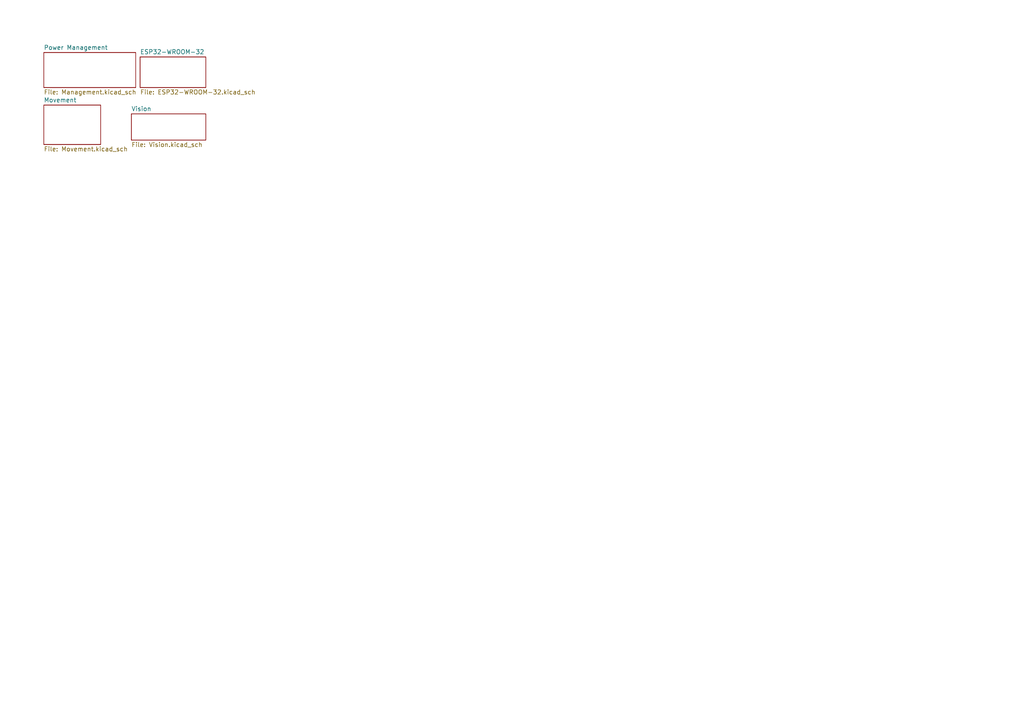
<source format=kicad_sch>
(kicad_sch
	(version 20231120)
	(generator "eeschema")
	(generator_version "8.0")
	(uuid "67e33313-0ce8-4ff5-8d50-46dc6ab8d472")
	(paper "A4")
	(title_block
		(company "Topographic Robot")
	)
	(lib_symbols)
	(sheet
		(at 12.7 30.48)
		(size 16.51 11.43)
		(fields_autoplaced yes)
		(stroke
			(width 0.1524)
			(type solid)
		)
		(fill
			(color 0 0 0 0.0000)
		)
		(uuid "a8f18f3d-52ca-45dc-bba1-9034cc00c61a")
		(property "Sheetname" "Movement"
			(at 12.7 29.7684 0)
			(effects
				(font
					(size 1.27 1.27)
				)
				(justify left bottom)
			)
		)
		(property "Sheetfile" "Movement.kicad_sch"
			(at 12.7 42.4946 0)
			(effects
				(font
					(size 1.27 1.27)
				)
				(justify left top)
			)
		)
		(property "Field2" ""
			(at 12.7 30.48 0)
			(effects
				(font
					(size 1.27 1.27)
				)
				(hide yes)
			)
		)
		(instances
			(project "Topographic Robot"
				(path "/67e33313-0ce8-4ff5-8d50-46dc6ab8d472"
					(page "4")
				)
			)
		)
	)
	(sheet
		(at 40.64 16.51)
		(size 19.05 8.89)
		(fields_autoplaced yes)
		(stroke
			(width 0.1524)
			(type solid)
		)
		(fill
			(color 0 0 0 0.0000)
		)
		(uuid "b10fdbae-69f4-4df8-8c58-54772b8ff5c0")
		(property "Sheetname" "ESP32-WROOM-32"
			(at 40.64 15.7984 0)
			(effects
				(font
					(size 1.27 1.27)
				)
				(justify left bottom)
			)
		)
		(property "Sheetfile" "ESP32-WROOM-32.kicad_sch"
			(at 40.64 25.9846 0)
			(effects
				(font
					(size 1.27 1.27)
				)
				(justify left top)
			)
		)
		(instances
			(project "Topographic Robot"
				(path "/67e33313-0ce8-4ff5-8d50-46dc6ab8d472"
					(page "3")
				)
			)
		)
	)
	(sheet
		(at 12.7 15.24)
		(size 26.67 10.16)
		(fields_autoplaced yes)
		(stroke
			(width 0.1524)
			(type solid)
		)
		(fill
			(color 0 0 0 0.0000)
		)
		(uuid "bd8dfffe-f6f1-4abc-b411-3cde346580a3")
		(property "Sheetname" "Power Management"
			(at 12.7 14.5284 0)
			(effects
				(font
					(size 1.27 1.27)
				)
				(justify left bottom)
			)
		)
		(property "Sheetfile" "Management.kicad_sch"
			(at 12.7 25.9846 0)
			(effects
				(font
					(size 1.27 1.27)
				)
				(justify left top)
			)
		)
		(instances
			(project "Topographic Robot"
				(path "/67e33313-0ce8-4ff5-8d50-46dc6ab8d472"
					(page "2")
				)
			)
		)
	)
	(sheet
		(at 38.1 33.02)
		(size 21.59 7.62)
		(fields_autoplaced yes)
		(stroke
			(width 0.1524)
			(type solid)
		)
		(fill
			(color 0 0 0 0.0000)
		)
		(uuid "d580d0ce-f338-41ee-b9c2-c281f8b7cb57")
		(property "Sheetname" "Vision"
			(at 38.1 32.3084 0)
			(effects
				(font
					(size 1.27 1.27)
				)
				(justify left bottom)
			)
		)
		(property "Sheetfile" "Vision.kicad_sch"
			(at 38.1 41.2246 0)
			(effects
				(font
					(size 1.27 1.27)
				)
				(justify left top)
			)
		)
		(instances
			(project "Topographic Robot"
				(path "/67e33313-0ce8-4ff5-8d50-46dc6ab8d472"
					(page "5")
				)
			)
		)
	)
	(sheet_instances
		(path "/"
			(page "1")
		)
	)
)

</source>
